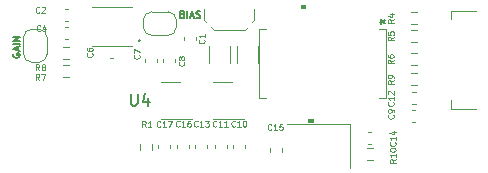
<source format=gbr>
%TF.GenerationSoftware,KiCad,Pcbnew,(6.0.1-0)*%
%TF.CreationDate,2022-02-13T14:35:08-05:00*%
%TF.ProjectId,usbAudio,75736241-7564-4696-9f2e-6b696361645f,rev?*%
%TF.SameCoordinates,Original*%
%TF.FileFunction,Legend,Top*%
%TF.FilePolarity,Positive*%
%FSLAX46Y46*%
G04 Gerber Fmt 4.6, Leading zero omitted, Abs format (unit mm)*
G04 Created by KiCad (PCBNEW (6.0.1-0)) date 2022-02-13 14:35:08*
%MOMM*%
%LPD*%
G01*
G04 APERTURE LIST*
%ADD10C,0.150000*%
%ADD11C,0.125000*%
%ADD12C,0.120000*%
%ADD13C,0.100000*%
G04 APERTURE END LIST*
D10*
X57100000Y-77157142D02*
X57071428Y-77214285D01*
X57071428Y-77300000D01*
X57100000Y-77385714D01*
X57157142Y-77442857D01*
X57214285Y-77471428D01*
X57328571Y-77500000D01*
X57414285Y-77500000D01*
X57528571Y-77471428D01*
X57585714Y-77442857D01*
X57642857Y-77385714D01*
X57671428Y-77300000D01*
X57671428Y-77242857D01*
X57642857Y-77157142D01*
X57614285Y-77128571D01*
X57414285Y-77128571D01*
X57414285Y-77242857D01*
X57500000Y-76900000D02*
X57500000Y-76614285D01*
X57671428Y-76957142D02*
X57071428Y-76757142D01*
X57671428Y-76557142D01*
X57671428Y-76357142D02*
X57071428Y-76357142D01*
X57671428Y-76071428D02*
X57071428Y-76071428D01*
X57671428Y-75728571D01*
X57071428Y-75728571D01*
X71467742Y-73845742D02*
X71553457Y-73874314D01*
X71582028Y-73902885D01*
X71610600Y-73960028D01*
X71610600Y-74045742D01*
X71582028Y-74102885D01*
X71553457Y-74131457D01*
X71496314Y-74160028D01*
X71267742Y-74160028D01*
X71267742Y-73560028D01*
X71467742Y-73560028D01*
X71524885Y-73588600D01*
X71553457Y-73617171D01*
X71582028Y-73674314D01*
X71582028Y-73731457D01*
X71553457Y-73788600D01*
X71524885Y-73817171D01*
X71467742Y-73845742D01*
X71267742Y-73845742D01*
X71867742Y-74160028D02*
X71867742Y-73560028D01*
X72124885Y-73988600D02*
X72410600Y-73988600D01*
X72067742Y-74160028D02*
X72267742Y-73560028D01*
X72467742Y-74160028D01*
X72639171Y-74131457D02*
X72724885Y-74160028D01*
X72867742Y-74160028D01*
X72924885Y-74131457D01*
X72953457Y-74102885D01*
X72982028Y-74045742D01*
X72982028Y-73988600D01*
X72953457Y-73931457D01*
X72924885Y-73902885D01*
X72867742Y-73874314D01*
X72753457Y-73845742D01*
X72696314Y-73817171D01*
X72667742Y-73788600D01*
X72639171Y-73731457D01*
X72639171Y-73674314D01*
X72667742Y-73617171D01*
X72696314Y-73588600D01*
X72753457Y-73560028D01*
X72896314Y-73560028D01*
X72982028Y-73588600D01*
D11*
%TO.C,C6*%
X63797171Y-77139533D02*
X63820980Y-77163342D01*
X63844790Y-77234771D01*
X63844790Y-77282390D01*
X63820980Y-77353819D01*
X63773361Y-77401438D01*
X63725742Y-77425247D01*
X63630504Y-77449057D01*
X63559076Y-77449057D01*
X63463838Y-77425247D01*
X63416219Y-77401438D01*
X63368600Y-77353819D01*
X63344790Y-77282390D01*
X63344790Y-77234771D01*
X63368600Y-77163342D01*
X63392409Y-77139533D01*
X63344790Y-76710961D02*
X63344790Y-76806200D01*
X63368600Y-76853819D01*
X63392409Y-76877628D01*
X63463838Y-76925247D01*
X63559076Y-76949057D01*
X63749552Y-76949057D01*
X63797171Y-76925247D01*
X63820980Y-76901438D01*
X63844790Y-76853819D01*
X63844790Y-76758580D01*
X63820980Y-76710961D01*
X63797171Y-76687152D01*
X63749552Y-76663342D01*
X63630504Y-76663342D01*
X63582885Y-76687152D01*
X63559076Y-76710961D01*
X63535266Y-76758580D01*
X63535266Y-76853819D01*
X63559076Y-76901438D01*
X63582885Y-76925247D01*
X63630504Y-76949057D01*
%TO.C,C15*%
X78986971Y-83578571D02*
X78963161Y-83602380D01*
X78891733Y-83626190D01*
X78844114Y-83626190D01*
X78772685Y-83602380D01*
X78725066Y-83554761D01*
X78701257Y-83507142D01*
X78677447Y-83411904D01*
X78677447Y-83340476D01*
X78701257Y-83245238D01*
X78725066Y-83197619D01*
X78772685Y-83150000D01*
X78844114Y-83126190D01*
X78891733Y-83126190D01*
X78963161Y-83150000D01*
X78986971Y-83173809D01*
X79463161Y-83626190D02*
X79177447Y-83626190D01*
X79320304Y-83626190D02*
X79320304Y-83126190D01*
X79272685Y-83197619D01*
X79225066Y-83245238D01*
X79177447Y-83269047D01*
X79915542Y-83126190D02*
X79677447Y-83126190D01*
X79653638Y-83364285D01*
X79677447Y-83340476D01*
X79725066Y-83316666D01*
X79844114Y-83316666D01*
X79891733Y-83340476D01*
X79915542Y-83364285D01*
X79939352Y-83411904D01*
X79939352Y-83530952D01*
X79915542Y-83578571D01*
X79891733Y-83602380D01*
X79844114Y-83626190D01*
X79725066Y-83626190D01*
X79677447Y-83602380D01*
X79653638Y-83578571D01*
%TO.C,R4*%
X89351890Y-74265733D02*
X89113795Y-74432400D01*
X89351890Y-74551447D02*
X88851890Y-74551447D01*
X88851890Y-74360971D01*
X88875700Y-74313352D01*
X88899509Y-74289542D01*
X88947128Y-74265733D01*
X89018557Y-74265733D01*
X89066176Y-74289542D01*
X89089985Y-74313352D01*
X89113795Y-74360971D01*
X89113795Y-74551447D01*
X89018557Y-73837161D02*
X89351890Y-73837161D01*
X88828080Y-73956209D02*
X89185223Y-74075257D01*
X89185223Y-73765733D01*
%TO.C,R5*%
X89351890Y-75765733D02*
X89113795Y-75932400D01*
X89351890Y-76051447D02*
X88851890Y-76051447D01*
X88851890Y-75860971D01*
X88875700Y-75813352D01*
X88899509Y-75789542D01*
X88947128Y-75765733D01*
X89018557Y-75765733D01*
X89066176Y-75789542D01*
X89089985Y-75813352D01*
X89113795Y-75860971D01*
X89113795Y-76051447D01*
X88851890Y-75313352D02*
X88851890Y-75551447D01*
X89089985Y-75575257D01*
X89066176Y-75551447D01*
X89042366Y-75503828D01*
X89042366Y-75384780D01*
X89066176Y-75337161D01*
X89089985Y-75313352D01*
X89137604Y-75289542D01*
X89256652Y-75289542D01*
X89304271Y-75313352D01*
X89328080Y-75337161D01*
X89351890Y-75384780D01*
X89351890Y-75503828D01*
X89328080Y-75551447D01*
X89304271Y-75575257D01*
%TO.C,R9*%
X89350790Y-79439133D02*
X89112695Y-79605800D01*
X89350790Y-79724847D02*
X88850790Y-79724847D01*
X88850790Y-79534371D01*
X88874600Y-79486752D01*
X88898409Y-79462942D01*
X88946028Y-79439133D01*
X89017457Y-79439133D01*
X89065076Y-79462942D01*
X89088885Y-79486752D01*
X89112695Y-79534371D01*
X89112695Y-79724847D01*
X89350790Y-79201038D02*
X89350790Y-79105800D01*
X89326980Y-79058180D01*
X89303171Y-79034371D01*
X89231742Y-78986752D01*
X89136504Y-78962942D01*
X88946028Y-78962942D01*
X88898409Y-78986752D01*
X88874600Y-79010561D01*
X88850790Y-79058180D01*
X88850790Y-79153419D01*
X88874600Y-79201038D01*
X88898409Y-79224847D01*
X88946028Y-79248657D01*
X89065076Y-79248657D01*
X89112695Y-79224847D01*
X89136504Y-79201038D01*
X89160314Y-79153419D01*
X89160314Y-79058180D01*
X89136504Y-79010561D01*
X89112695Y-78986752D01*
X89065076Y-78962942D01*
%TO.C,R10*%
X89511290Y-86121428D02*
X89273195Y-86288095D01*
X89511290Y-86407142D02*
X89011290Y-86407142D01*
X89011290Y-86216666D01*
X89035100Y-86169047D01*
X89058909Y-86145238D01*
X89106528Y-86121428D01*
X89177957Y-86121428D01*
X89225576Y-86145238D01*
X89249385Y-86169047D01*
X89273195Y-86216666D01*
X89273195Y-86407142D01*
X89511290Y-85645238D02*
X89511290Y-85930952D01*
X89511290Y-85788095D02*
X89011290Y-85788095D01*
X89082719Y-85835714D01*
X89130338Y-85883333D01*
X89154147Y-85930952D01*
X89011290Y-85335714D02*
X89011290Y-85288095D01*
X89035100Y-85240476D01*
X89058909Y-85216666D01*
X89106528Y-85192857D01*
X89201766Y-85169047D01*
X89320814Y-85169047D01*
X89416052Y-85192857D01*
X89463671Y-85216666D01*
X89487480Y-85240476D01*
X89511290Y-85288095D01*
X89511290Y-85335714D01*
X89487480Y-85383333D01*
X89463671Y-85407142D01*
X89416052Y-85430952D01*
X89320814Y-85454761D01*
X89201766Y-85454761D01*
X89106528Y-85430952D01*
X89058909Y-85407142D01*
X89035100Y-85383333D01*
X89011290Y-85335714D01*
D10*
%TO.C,U1*%
X88152380Y-74450000D02*
X88390476Y-74450000D01*
X88295238Y-74688095D02*
X88390476Y-74450000D01*
X88295238Y-74211904D01*
X88580952Y-74592857D02*
X88390476Y-74450000D01*
X88580952Y-74307142D01*
D11*
%TO.C,C14*%
X89460671Y-84674528D02*
X89484480Y-84698338D01*
X89508290Y-84769766D01*
X89508290Y-84817385D01*
X89484480Y-84888814D01*
X89436861Y-84936433D01*
X89389242Y-84960242D01*
X89294004Y-84984052D01*
X89222576Y-84984052D01*
X89127338Y-84960242D01*
X89079719Y-84936433D01*
X89032100Y-84888814D01*
X89008290Y-84817385D01*
X89008290Y-84769766D01*
X89032100Y-84698338D01*
X89055909Y-84674528D01*
X89508290Y-84198338D02*
X89508290Y-84484052D01*
X89508290Y-84341195D02*
X89008290Y-84341195D01*
X89079719Y-84388814D01*
X89127338Y-84436433D01*
X89151147Y-84484052D01*
X89174957Y-83769766D02*
X89508290Y-83769766D01*
X88984480Y-83888814D02*
X89341623Y-84007861D01*
X89341623Y-83698338D01*
%TO.C,C9*%
X89307171Y-82353933D02*
X89330980Y-82377742D01*
X89354790Y-82449171D01*
X89354790Y-82496790D01*
X89330980Y-82568219D01*
X89283361Y-82615838D01*
X89235742Y-82639647D01*
X89140504Y-82663457D01*
X89069076Y-82663457D01*
X88973838Y-82639647D01*
X88926219Y-82615838D01*
X88878600Y-82568219D01*
X88854790Y-82496790D01*
X88854790Y-82449171D01*
X88878600Y-82377742D01*
X88902409Y-82353933D01*
X89354790Y-82115838D02*
X89354790Y-82020600D01*
X89330980Y-81972980D01*
X89307171Y-81949171D01*
X89235742Y-81901552D01*
X89140504Y-81877742D01*
X88950028Y-81877742D01*
X88902409Y-81901552D01*
X88878600Y-81925361D01*
X88854790Y-81972980D01*
X88854790Y-82068219D01*
X88878600Y-82115838D01*
X88902409Y-82139647D01*
X88950028Y-82163457D01*
X89069076Y-82163457D01*
X89116695Y-82139647D01*
X89140504Y-82115838D01*
X89164314Y-82068219D01*
X89164314Y-81972980D01*
X89140504Y-81925361D01*
X89116695Y-81901552D01*
X89069076Y-81877742D01*
%TO.C,C12*%
X89303171Y-81278028D02*
X89326980Y-81301838D01*
X89350790Y-81373266D01*
X89350790Y-81420885D01*
X89326980Y-81492314D01*
X89279361Y-81539933D01*
X89231742Y-81563742D01*
X89136504Y-81587552D01*
X89065076Y-81587552D01*
X88969838Y-81563742D01*
X88922219Y-81539933D01*
X88874600Y-81492314D01*
X88850790Y-81420885D01*
X88850790Y-81373266D01*
X88874600Y-81301838D01*
X88898409Y-81278028D01*
X89350790Y-80801838D02*
X89350790Y-81087552D01*
X89350790Y-80944695D02*
X88850790Y-80944695D01*
X88922219Y-80992314D01*
X88969838Y-81039933D01*
X88993647Y-81087552D01*
X88898409Y-80611361D02*
X88874600Y-80587552D01*
X88850790Y-80539933D01*
X88850790Y-80420885D01*
X88874600Y-80373266D01*
X88898409Y-80349457D01*
X88946028Y-80325647D01*
X88993647Y-80325647D01*
X89065076Y-80349457D01*
X89350790Y-80635171D01*
X89350790Y-80325647D01*
%TO.C,C10*%
X75911141Y-83304501D02*
X75887331Y-83328310D01*
X75815903Y-83352120D01*
X75768284Y-83352120D01*
X75696855Y-83328310D01*
X75649236Y-83280691D01*
X75625427Y-83233072D01*
X75601617Y-83137834D01*
X75601617Y-83066406D01*
X75625427Y-82971168D01*
X75649236Y-82923549D01*
X75696855Y-82875930D01*
X75768284Y-82852120D01*
X75815903Y-82852120D01*
X75887331Y-82875930D01*
X75911141Y-82899739D01*
X76387331Y-83352120D02*
X76101617Y-83352120D01*
X76244474Y-83352120D02*
X76244474Y-82852120D01*
X76196855Y-82923549D01*
X76149236Y-82971168D01*
X76101617Y-82994977D01*
X76696855Y-82852120D02*
X76744474Y-82852120D01*
X76792093Y-82875930D01*
X76815903Y-82899739D01*
X76839712Y-82947358D01*
X76863522Y-83042596D01*
X76863522Y-83161644D01*
X76839712Y-83256882D01*
X76815903Y-83304501D01*
X76792093Y-83328310D01*
X76744474Y-83352120D01*
X76696855Y-83352120D01*
X76649236Y-83328310D01*
X76625427Y-83304501D01*
X76601617Y-83256882D01*
X76577808Y-83161644D01*
X76577808Y-83042596D01*
X76601617Y-82947358D01*
X76625427Y-82899739D01*
X76649236Y-82875930D01*
X76696855Y-82852120D01*
%TO.C,C11*%
X74336341Y-83304501D02*
X74312531Y-83328310D01*
X74241103Y-83352120D01*
X74193484Y-83352120D01*
X74122055Y-83328310D01*
X74074436Y-83280691D01*
X74050627Y-83233072D01*
X74026817Y-83137834D01*
X74026817Y-83066406D01*
X74050627Y-82971168D01*
X74074436Y-82923549D01*
X74122055Y-82875930D01*
X74193484Y-82852120D01*
X74241103Y-82852120D01*
X74312531Y-82875930D01*
X74336341Y-82899739D01*
X74812531Y-83352120D02*
X74526817Y-83352120D01*
X74669674Y-83352120D02*
X74669674Y-82852120D01*
X74622055Y-82923549D01*
X74574436Y-82971168D01*
X74526817Y-82994977D01*
X75288722Y-83352120D02*
X75003008Y-83352120D01*
X75145865Y-83352120D02*
X75145865Y-82852120D01*
X75098246Y-82923549D01*
X75050627Y-82971168D01*
X75003008Y-82994977D01*
%TO.C,R6*%
X89328090Y-77707633D02*
X89089995Y-77874300D01*
X89328090Y-77993347D02*
X88828090Y-77993347D01*
X88828090Y-77802871D01*
X88851900Y-77755252D01*
X88875709Y-77731442D01*
X88923328Y-77707633D01*
X88994757Y-77707633D01*
X89042376Y-77731442D01*
X89066185Y-77755252D01*
X89089995Y-77802871D01*
X89089995Y-77993347D01*
X88828090Y-77279061D02*
X88828090Y-77374300D01*
X88851900Y-77421919D01*
X88875709Y-77445728D01*
X88947138Y-77493347D01*
X89042376Y-77517157D01*
X89232852Y-77517157D01*
X89280471Y-77493347D01*
X89304280Y-77469538D01*
X89328090Y-77421919D01*
X89328090Y-77326680D01*
X89304280Y-77279061D01*
X89280471Y-77255252D01*
X89232852Y-77231442D01*
X89113804Y-77231442D01*
X89066185Y-77255252D01*
X89042376Y-77279061D01*
X89018566Y-77326680D01*
X89018566Y-77421919D01*
X89042376Y-77469538D01*
X89066185Y-77493347D01*
X89113804Y-77517157D01*
%TO.C,R7*%
X59342266Y-79397790D02*
X59175600Y-79159695D01*
X59056552Y-79397790D02*
X59056552Y-78897790D01*
X59247028Y-78897790D01*
X59294647Y-78921600D01*
X59318457Y-78945409D01*
X59342266Y-78993028D01*
X59342266Y-79064457D01*
X59318457Y-79112076D01*
X59294647Y-79135885D01*
X59247028Y-79159695D01*
X59056552Y-79159695D01*
X59508933Y-78897790D02*
X59842266Y-78897790D01*
X59627980Y-79397790D01*
%TO.C,R1*%
X68351436Y-83377520D02*
X68184770Y-83139425D01*
X68065722Y-83377520D02*
X68065722Y-82877520D01*
X68256198Y-82877520D01*
X68303817Y-82901330D01*
X68327627Y-82925139D01*
X68351436Y-82972758D01*
X68351436Y-83044187D01*
X68327627Y-83091806D01*
X68303817Y-83115615D01*
X68256198Y-83139425D01*
X68065722Y-83139425D01*
X68827627Y-83377520D02*
X68541912Y-83377520D01*
X68684770Y-83377520D02*
X68684770Y-82877520D01*
X68637150Y-82948949D01*
X68589531Y-82996568D01*
X68541912Y-83020377D01*
%TO.C,R8*%
X59352266Y-78567790D02*
X59185600Y-78329695D01*
X59066552Y-78567790D02*
X59066552Y-78067790D01*
X59257028Y-78067790D01*
X59304647Y-78091600D01*
X59328457Y-78115409D01*
X59352266Y-78163028D01*
X59352266Y-78234457D01*
X59328457Y-78282076D01*
X59304647Y-78305885D01*
X59257028Y-78329695D01*
X59066552Y-78329695D01*
X59637980Y-78282076D02*
X59590361Y-78258266D01*
X59566552Y-78234457D01*
X59542742Y-78186838D01*
X59542742Y-78163028D01*
X59566552Y-78115409D01*
X59590361Y-78091600D01*
X59637980Y-78067790D01*
X59733219Y-78067790D01*
X59780838Y-78091600D01*
X59804647Y-78115409D01*
X59828457Y-78163028D01*
X59828457Y-78186838D01*
X59804647Y-78234457D01*
X59780838Y-78258266D01*
X59733219Y-78282076D01*
X59637980Y-78282076D01*
X59590361Y-78305885D01*
X59566552Y-78329695D01*
X59542742Y-78377314D01*
X59542742Y-78472552D01*
X59566552Y-78520171D01*
X59590361Y-78543980D01*
X59637980Y-78567790D01*
X59733219Y-78567790D01*
X59780838Y-78543980D01*
X59804647Y-78520171D01*
X59828457Y-78472552D01*
X59828457Y-78377314D01*
X59804647Y-78329695D01*
X59780838Y-78305885D01*
X59733219Y-78282076D01*
%TO.C,C4*%
X59428866Y-75210171D02*
X59405057Y-75233980D01*
X59333628Y-75257790D01*
X59286009Y-75257790D01*
X59214580Y-75233980D01*
X59166961Y-75186361D01*
X59143152Y-75138742D01*
X59119342Y-75043504D01*
X59119342Y-74972076D01*
X59143152Y-74876838D01*
X59166961Y-74829219D01*
X59214580Y-74781600D01*
X59286009Y-74757790D01*
X59333628Y-74757790D01*
X59405057Y-74781600D01*
X59428866Y-74805409D01*
X59857438Y-74924457D02*
X59857438Y-75257790D01*
X59738390Y-74733980D02*
X59619342Y-75091123D01*
X59928866Y-75091123D01*
%TO.C,C2*%
X59352666Y-73660771D02*
X59328857Y-73684580D01*
X59257428Y-73708390D01*
X59209809Y-73708390D01*
X59138380Y-73684580D01*
X59090761Y-73636961D01*
X59066952Y-73589342D01*
X59043142Y-73494104D01*
X59043142Y-73422676D01*
X59066952Y-73327438D01*
X59090761Y-73279819D01*
X59138380Y-73232200D01*
X59209809Y-73208390D01*
X59257428Y-73208390D01*
X59328857Y-73232200D01*
X59352666Y-73256009D01*
X59543142Y-73256009D02*
X59566952Y-73232200D01*
X59614571Y-73208390D01*
X59733619Y-73208390D01*
X59781238Y-73232200D01*
X59805047Y-73256009D01*
X59828857Y-73303628D01*
X59828857Y-73351247D01*
X59805047Y-73422676D01*
X59519333Y-73708390D01*
X59828857Y-73708390D01*
%TO.C,C7*%
X67778571Y-77283333D02*
X67802380Y-77307142D01*
X67826190Y-77378571D01*
X67826190Y-77426190D01*
X67802380Y-77497619D01*
X67754761Y-77545238D01*
X67707142Y-77569047D01*
X67611904Y-77592857D01*
X67540476Y-77592857D01*
X67445238Y-77569047D01*
X67397619Y-77545238D01*
X67350000Y-77497619D01*
X67326190Y-77426190D01*
X67326190Y-77378571D01*
X67350000Y-77307142D01*
X67373809Y-77283333D01*
X67326190Y-77116666D02*
X67326190Y-76783333D01*
X67826190Y-76997619D01*
%TO.C,C16*%
X71212141Y-83304501D02*
X71188331Y-83328310D01*
X71116903Y-83352120D01*
X71069284Y-83352120D01*
X70997855Y-83328310D01*
X70950236Y-83280691D01*
X70926427Y-83233072D01*
X70902617Y-83137834D01*
X70902617Y-83066406D01*
X70926427Y-82971168D01*
X70950236Y-82923549D01*
X70997855Y-82875930D01*
X71069284Y-82852120D01*
X71116903Y-82852120D01*
X71188331Y-82875930D01*
X71212141Y-82899739D01*
X71688331Y-83352120D02*
X71402617Y-83352120D01*
X71545474Y-83352120D02*
X71545474Y-82852120D01*
X71497855Y-82923549D01*
X71450236Y-82971168D01*
X71402617Y-82994977D01*
X72116903Y-82852120D02*
X72021665Y-82852120D01*
X71974046Y-82875930D01*
X71950236Y-82899739D01*
X71902617Y-82971168D01*
X71878808Y-83066406D01*
X71878808Y-83256882D01*
X71902617Y-83304501D01*
X71926427Y-83328310D01*
X71974046Y-83352120D01*
X72069284Y-83352120D01*
X72116903Y-83328310D01*
X72140712Y-83304501D01*
X72164522Y-83256882D01*
X72164522Y-83137834D01*
X72140712Y-83090215D01*
X72116903Y-83066406D01*
X72069284Y-83042596D01*
X71974046Y-83042596D01*
X71926427Y-83066406D01*
X71902617Y-83090215D01*
X71878808Y-83137834D01*
%TO.C,C1*%
X73278571Y-75983333D02*
X73302380Y-76007142D01*
X73326190Y-76078571D01*
X73326190Y-76126190D01*
X73302380Y-76197619D01*
X73254761Y-76245238D01*
X73207142Y-76269047D01*
X73111904Y-76292857D01*
X73040476Y-76292857D01*
X72945238Y-76269047D01*
X72897619Y-76245238D01*
X72850000Y-76197619D01*
X72826190Y-76126190D01*
X72826190Y-76078571D01*
X72850000Y-76007142D01*
X72873809Y-75983333D01*
X73326190Y-75507142D02*
X73326190Y-75792857D01*
X73326190Y-75650000D02*
X72826190Y-75650000D01*
X72897619Y-75697619D01*
X72945238Y-75745238D01*
X72969047Y-75792857D01*
%TO.C,C13*%
X72736141Y-83304501D02*
X72712331Y-83328310D01*
X72640903Y-83352120D01*
X72593284Y-83352120D01*
X72521855Y-83328310D01*
X72474236Y-83280691D01*
X72450427Y-83233072D01*
X72426617Y-83137834D01*
X72426617Y-83066406D01*
X72450427Y-82971168D01*
X72474236Y-82923549D01*
X72521855Y-82875930D01*
X72593284Y-82852120D01*
X72640903Y-82852120D01*
X72712331Y-82875930D01*
X72736141Y-82899739D01*
X73212331Y-83352120D02*
X72926617Y-83352120D01*
X73069474Y-83352120D02*
X73069474Y-82852120D01*
X73021855Y-82923549D01*
X72974236Y-82971168D01*
X72926617Y-82994977D01*
X73378998Y-82852120D02*
X73688522Y-82852120D01*
X73521855Y-83042596D01*
X73593284Y-83042596D01*
X73640903Y-83066406D01*
X73664712Y-83090215D01*
X73688522Y-83137834D01*
X73688522Y-83256882D01*
X73664712Y-83304501D01*
X73640903Y-83328310D01*
X73593284Y-83352120D01*
X73450427Y-83352120D01*
X73402808Y-83328310D01*
X73378998Y-83304501D01*
%TO.C,C8*%
X71578571Y-77883333D02*
X71602380Y-77907142D01*
X71626190Y-77978571D01*
X71626190Y-78026190D01*
X71602380Y-78097619D01*
X71554761Y-78145238D01*
X71507142Y-78169047D01*
X71411904Y-78192857D01*
X71340476Y-78192857D01*
X71245238Y-78169047D01*
X71197619Y-78145238D01*
X71150000Y-78097619D01*
X71126190Y-78026190D01*
X71126190Y-77978571D01*
X71150000Y-77907142D01*
X71173809Y-77883333D01*
X71340476Y-77597619D02*
X71316666Y-77645238D01*
X71292857Y-77669047D01*
X71245238Y-77692857D01*
X71221428Y-77692857D01*
X71173809Y-77669047D01*
X71150000Y-77645238D01*
X71126190Y-77597619D01*
X71126190Y-77502380D01*
X71150000Y-77454761D01*
X71173809Y-77430952D01*
X71221428Y-77407142D01*
X71245238Y-77407142D01*
X71292857Y-77430952D01*
X71316666Y-77454761D01*
X71340476Y-77502380D01*
X71340476Y-77597619D01*
X71364285Y-77645238D01*
X71388095Y-77669047D01*
X71435714Y-77692857D01*
X71530952Y-77692857D01*
X71578571Y-77669047D01*
X71602380Y-77645238D01*
X71626190Y-77597619D01*
X71626190Y-77502380D01*
X71602380Y-77454761D01*
X71578571Y-77430952D01*
X71530952Y-77407142D01*
X71435714Y-77407142D01*
X71388095Y-77430952D01*
X71364285Y-77454761D01*
X71340476Y-77502380D01*
%TO.C,C17*%
X69586541Y-83329901D02*
X69562731Y-83353710D01*
X69491303Y-83377520D01*
X69443684Y-83377520D01*
X69372255Y-83353710D01*
X69324636Y-83306091D01*
X69300827Y-83258472D01*
X69277017Y-83163234D01*
X69277017Y-83091806D01*
X69300827Y-82996568D01*
X69324636Y-82948949D01*
X69372255Y-82901330D01*
X69443684Y-82877520D01*
X69491303Y-82877520D01*
X69562731Y-82901330D01*
X69586541Y-82925139D01*
X70062731Y-83377520D02*
X69777017Y-83377520D01*
X69919874Y-83377520D02*
X69919874Y-82877520D01*
X69872255Y-82948949D01*
X69824636Y-82996568D01*
X69777017Y-83020377D01*
X70229398Y-82877520D02*
X70562731Y-82877520D01*
X70348446Y-83377520D01*
D10*
%TO.C,U4*%
X67088665Y-80561510D02*
X67088665Y-81371034D01*
X67136284Y-81466272D01*
X67183903Y-81513891D01*
X67279141Y-81561510D01*
X67469617Y-81561510D01*
X67564855Y-81513891D01*
X67612474Y-81466272D01*
X67660093Y-81371034D01*
X67660093Y-80561510D01*
X68564855Y-80894844D02*
X68564855Y-81561510D01*
X68326760Y-80513891D02*
X68088665Y-81228177D01*
X68707712Y-81228177D01*
D12*
%TO.C,C6*%
X65602067Y-77548200D02*
X65309533Y-77548200D01*
X65602067Y-76528200D02*
X65309533Y-76528200D01*
%TO.C,C15*%
X78865000Y-85172333D02*
X78865000Y-85464867D01*
X79885000Y-85172333D02*
X79885000Y-85464867D01*
%TO.C,R4*%
X90803476Y-73607400D02*
X91312924Y-73607400D01*
X90803476Y-74652400D02*
X91312924Y-74652400D01*
%TO.C,R5*%
X90803476Y-76176400D02*
X91312924Y-76176400D01*
X90803476Y-75131400D02*
X91312924Y-75131400D01*
%TO.C,R9*%
X90802376Y-78802800D02*
X91311824Y-78802800D01*
X90802376Y-79847800D02*
X91311824Y-79847800D01*
%TO.C,R10*%
X87045076Y-85151700D02*
X87554524Y-85151700D01*
X87045076Y-86196700D02*
X87554524Y-86196700D01*
%TO.C,U1*%
X88066641Y-80899000D02*
X88665101Y-80899000D01*
X77920901Y-75057000D02*
X77920901Y-80899000D01*
X78519363Y-75057000D02*
X77920901Y-75057000D01*
X77920901Y-80899000D02*
X78519361Y-80899000D01*
X88665101Y-80899000D02*
X88665101Y-75057000D01*
X88665101Y-75057000D02*
X88066641Y-75057000D01*
D13*
X82508502Y-82943700D02*
X82127502Y-82943700D01*
X82127502Y-82943700D02*
X82127502Y-82689700D01*
X82127502Y-82689700D02*
X82508502Y-82689700D01*
X82508502Y-82689700D02*
X82508502Y-82943700D01*
G36*
X82508502Y-82943700D02*
G01*
X82127502Y-82943700D01*
X82127502Y-82689700D01*
X82508502Y-82689700D01*
X82508502Y-82943700D01*
G37*
X82508502Y-82943700D02*
X82127502Y-82943700D01*
X82127502Y-82689700D01*
X82508502Y-82689700D01*
X82508502Y-82943700D01*
X81858503Y-73012300D02*
X81477503Y-73012300D01*
X81477503Y-73012300D02*
X81477503Y-73266300D01*
X81477503Y-73266300D02*
X81858503Y-73266300D01*
X81858503Y-73266300D02*
X81858503Y-73012300D01*
G36*
X81858503Y-73266300D02*
G01*
X81477503Y-73266300D01*
X81477503Y-73012300D01*
X81858503Y-73012300D01*
X81858503Y-73266300D01*
G37*
X81858503Y-73266300D02*
X81477503Y-73266300D01*
X81477503Y-73012300D01*
X81858503Y-73012300D01*
X81858503Y-73266300D01*
D12*
%TO.C,Y1*%
X85631800Y-83163800D02*
X80331800Y-83163800D01*
X85631800Y-86863800D02*
X85631800Y-83163800D01*
%TO.C,C14*%
X87153533Y-83792600D02*
X87446067Y-83792600D01*
X87153533Y-84812600D02*
X87446067Y-84812600D01*
%TO.C,C9*%
X91183767Y-82983800D02*
X90891233Y-82983800D01*
X91183767Y-81963800D02*
X90891233Y-81963800D01*
%TO.C,C12*%
X90913833Y-80390100D02*
X91206367Y-80390100D01*
X90913833Y-81410100D02*
X91206367Y-81410100D01*
%TO.C,C10*%
X76743370Y-85176597D02*
X76743370Y-84884063D01*
X75723370Y-85176597D02*
X75723370Y-84884063D01*
%TO.C,C11*%
X74173370Y-85164097D02*
X74173370Y-84871563D01*
X75193370Y-85164097D02*
X75193370Y-84871563D01*
%TO.C,C3*%
X73664400Y-77978052D02*
X73664400Y-76555548D01*
X75484400Y-77978052D02*
X75484400Y-76555548D01*
%TO.C,R6*%
X90829676Y-77125300D02*
X91339124Y-77125300D01*
X90829676Y-78170300D02*
X91339124Y-78170300D01*
%TO.C,U2*%
X63830800Y-76558400D02*
X67183600Y-76558400D01*
X67183600Y-73205600D02*
X63830800Y-73205600D01*
X67913800Y-76082000D02*
G75*
G03*
X67913800Y-76082000I-101600J0D01*
G01*
%TO.C,R7*%
X61375276Y-79181900D02*
X61884724Y-79181900D01*
X61375276Y-78136900D02*
X61884724Y-78136900D01*
%TO.C,R1*%
X67836070Y-84801606D02*
X67836070Y-85311054D01*
X68881070Y-84801606D02*
X68881070Y-85311054D01*
%TO.C,R8*%
X61375276Y-76587500D02*
X61884724Y-76587500D01*
X61375276Y-77632500D02*
X61884724Y-77632500D01*
%TO.C,C4*%
X61766667Y-74877200D02*
X61474133Y-74877200D01*
X61766667Y-75897200D02*
X61474133Y-75897200D01*
%TO.C,C2*%
X61766667Y-73353200D02*
X61474133Y-73353200D01*
X61766667Y-74373200D02*
X61474133Y-74373200D01*
%TO.C,C5*%
X76048400Y-76553948D02*
X76048400Y-77976452D01*
X77868400Y-76553948D02*
X77868400Y-77976452D01*
%TO.C,J1*%
X96334909Y-73515700D02*
X94160600Y-73515700D01*
X94160600Y-81092003D02*
X94160600Y-81821500D01*
X94160600Y-73515700D02*
X94160600Y-74245197D01*
X94160600Y-81821500D02*
X96334909Y-81821500D01*
%TO.C,C7*%
X69267800Y-77603133D02*
X69267800Y-77895667D01*
X68247800Y-77603133D02*
X68247800Y-77895667D01*
%TO.C,JP1*%
X70245200Y-75625200D02*
X68845200Y-75625200D01*
X68145200Y-74925200D02*
X68145200Y-74325200D01*
X70945200Y-74325200D02*
X70945200Y-74925200D01*
X68845200Y-73625200D02*
X70245200Y-73625200D01*
X70945200Y-74325200D02*
G75*
G03*
X70245200Y-73625200I-699999J1D01*
G01*
X70245200Y-75625200D02*
G75*
G03*
X70945200Y-74925200I1J699999D01*
G01*
X68845200Y-73625200D02*
G75*
G03*
X68145200Y-74325200I-1J-699999D01*
G01*
X68145200Y-74925200D02*
G75*
G03*
X68845200Y-75625200I699999J-1D01*
G01*
%TO.C,J2*%
X73270000Y-74328400D02*
X73270000Y-73378400D01*
X77370000Y-74478400D02*
X77520000Y-74328400D01*
X77520000Y-73378400D02*
X77520000Y-74328400D01*
X74120000Y-75128400D02*
X76720000Y-75128400D01*
X73420000Y-74478400D02*
X73270000Y-74328400D01*
X76720000Y-75128400D02*
X76970000Y-74878400D01*
X74120000Y-75128400D02*
X73870000Y-74878400D01*
%TO.C,JP2*%
X60000000Y-75800000D02*
X60000000Y-77200000D01*
X58700000Y-75100000D02*
X59300000Y-75100000D01*
X58000000Y-77200000D02*
X58000000Y-75800000D01*
X59300000Y-77900000D02*
X58700000Y-77900000D01*
X58000000Y-77200000D02*
G75*
G03*
X58700000Y-77900000I699999J-1D01*
G01*
X60000000Y-75800000D02*
G75*
G03*
X59300000Y-75100000I-699999J1D01*
G01*
X59300000Y-77900000D02*
G75*
G03*
X60000000Y-77200000I1J699999D01*
G01*
X58700000Y-75100000D02*
G75*
G03*
X58000000Y-75800000I-1J-699999D01*
G01*
%TO.C,C16*%
X70998170Y-84884663D02*
X70998170Y-85177197D01*
X72018170Y-84884663D02*
X72018170Y-85177197D01*
%TO.C,C1*%
X72595200Y-76040367D02*
X72595200Y-75747833D01*
X71575200Y-76040367D02*
X71575200Y-75747833D01*
%TO.C,C13*%
X72547570Y-84884663D02*
X72547570Y-85177197D01*
X73567570Y-84884663D02*
X73567570Y-85177197D01*
%TO.C,C8*%
X70817200Y-77602033D02*
X70817200Y-77894567D01*
X69797200Y-77602033D02*
X69797200Y-77894567D01*
%TO.C,C17*%
X69423370Y-84884663D02*
X69423370Y-85177197D01*
X70443370Y-84884663D02*
X70443370Y-85177197D01*
%TO.C,U3*%
X74863370Y-79570330D02*
X74063370Y-79570330D01*
X74863370Y-82690330D02*
X76663370Y-82690330D01*
X74863370Y-79570330D02*
X75663370Y-79570330D01*
X74863370Y-82690330D02*
X74063370Y-82690330D01*
%TO.C,U4*%
X70466770Y-79574530D02*
X71266770Y-79574530D01*
X70466770Y-79574530D02*
X69666770Y-79574530D01*
X70466770Y-82694530D02*
X72266770Y-82694530D01*
X70466770Y-82694530D02*
X69666770Y-82694530D01*
%TD*%
M02*

</source>
